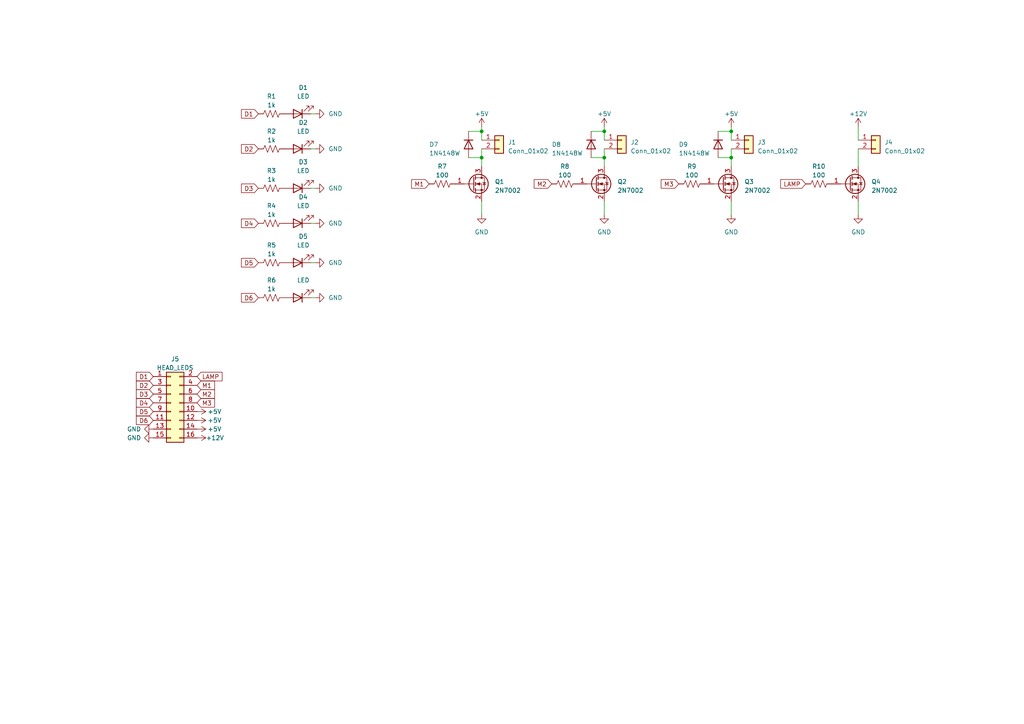
<source format=kicad_sch>
(kicad_sch (version 20230121) (generator eeschema)
  (paper "A4")
  (lib_symbols
    (symbol "4ms_Power:GND" (power) (pin_names (offset 0))
      (property "Value" "GND" (at 0 -3.81 0))
      (symbol "GND_0_1"
        (polyline (pts (xy 0 0) (xy 0 -1.27) (xy 1.27 -1.27) (xy 0 -2.54) (xy -1.27 -1.27) (xy 0 -1.27)))
      )
      (symbol "GND_1_1"
        (pin power_in line (at 0 0 270) (length 0) hide (name "GND") (number "1"))
      )
    )
    (symbol "Connector_Generic:Conn_01x02" (pin_names (offset 1.016) hide)
      (property "Reference" "J" (at 0 2.54 0))
      (property "Value" "Conn_01x02" (at 0 -5.08 0))
      (symbol "Conn_01x02_1_1"
        (rectangle (start -1.27 -2.413) (end 0 -2.667) (stroke (width 0.1524)))
        (rectangle (start -1.27 0.127) (end 0 -0.127) (stroke (width 0.1524)))
        (rectangle (start -1.27 1.27) (end 1.27 -3.81) (stroke (width 0.254)) (fill (type background)))
        (pin passive line (at -5.08 0 0) (length 3.81) (name "Pin_1") (number "1"))
        (pin passive line (at -5.08 -2.54 0) (length 3.81) (name "Pin_2") (number "2"))
      )
    )
    (symbol "Connector_Generic:Conn_02x08_Odd_Even" (pin_names (offset 1.016) hide)
      (property "Reference" "J" (at 1.27 10.16 0))
      (property "Value" "Conn_02x08_Odd_Even" (at 1.27 -12.7 0))
      (symbol "Conn_02x08_Odd_Even_1_1"
        (rectangle (start -1.27 -10.033) (end 0 -10.287) (stroke (width 0.1524)))
        (rectangle (start -1.27 -7.493) (end 0 -7.747) (stroke (width 0.1524)))
        (rectangle (start -1.27 -4.953) (end 0 -5.207) (stroke (width 0.1524)))
        (rectangle (start -1.27 -2.413) (end 0 -2.667) (stroke (width 0.1524)))
        (rectangle (start -1.27 0.127) (end 0 -0.127) (stroke (width 0.1524)))
        (rectangle (start -1.27 2.667) (end 0 2.413) (stroke (width 0.1524)))
        (rectangle (start -1.27 5.207) (end 0 4.953) (stroke (width 0.1524)))
        (rectangle (start -1.27 7.747) (end 0 7.493) (stroke (width 0.1524)))
        (rectangle (start -1.27 8.89) (end 3.81 -11.43) (stroke (width 0.254)) (fill (type background)))
        (rectangle (start 3.81 -10.033) (end 2.54 -10.287) (stroke (width 0.1524)))
        (rectangle (start 3.81 -7.493) (end 2.54 -7.747) (stroke (width 0.1524)))
        (rectangle (start 3.81 -4.953) (end 2.54 -5.207) (stroke (width 0.1524)))
        (rectangle (start 3.81 -2.413) (end 2.54 -2.667) (stroke (width 0.1524)))
        (rectangle (start 3.81 0.127) (end 2.54 -0.127) (stroke (width 0.1524)))
        (rectangle (start 3.81 2.667) (end 2.54 2.413) (stroke (width 0.1524)))
        (rectangle (start 3.81 5.207) (end 2.54 4.953) (stroke (width 0.1524)))
        (rectangle (start 3.81 7.747) (end 2.54 7.493) (stroke (width 0.1524)))
        (pin passive line (at -5.08 7.62 0) (length 3.81) (name "Pin_1") (number "1"))
        (pin passive line (at 7.62 -2.54 180) (length 3.81) (name "Pin_10") (number "10"))
        (pin passive line (at -5.08 -5.08 0) (length 3.81) (name "Pin_11") (number "11"))
        (pin passive line (at 7.62 -5.08 180) (length 3.81) (name "Pin_12") (number "12"))
        (pin passive line (at -5.08 -7.62 0) (length 3.81) (name "Pin_13") (number "13"))
        (pin passive line (at 7.62 -7.62 180) (length 3.81) (name "Pin_14") (number "14"))
        (pin passive line (at -5.08 -10.16 0) (length 3.81) (name "Pin_15") (number "15"))
        (pin passive line (at 7.62 -10.16 180) (length 3.81) (name "Pin_16") (number "16"))
        (pin passive line (at 7.62 7.62 180) (length 3.81) (name "Pin_2") (number "2"))
        (pin passive line (at -5.08 5.08 0) (length 3.81) (name "Pin_3") (number "3"))
        (pin passive line (at 7.62 5.08 180) (length 3.81) (name "Pin_4") (number "4"))
        (pin passive line (at -5.08 2.54 0) (length 3.81) (name "Pin_5") (number "5"))
        (pin passive line (at 7.62 2.54 180) (length 3.81) (name "Pin_6") (number "6"))
        (pin passive line (at -5.08 0 0) (length 3.81) (name "Pin_7") (number "7"))
        (pin passive line (at 7.62 0 180) (length 3.81) (name "Pin_8") (number "8"))
        (pin passive line (at -5.08 -2.54 0) (length 3.81) (name "Pin_9") (number "9"))
      )
    )
    (symbol "Device:LED" (pin_numbers hide) (pin_names (offset 1.016) hide)
      (property "Reference" "D" (at 0 2.54 0))
      (property "Value" "LED" (at 0 -2.54 0))
      (symbol "LED_0_1"
        (polyline (pts (xy -1.27 -1.27) (xy -1.27 1.27)) (stroke (width 0.254)))
        (polyline (pts (xy -1.27 0) (xy 1.27 0)))
        (polyline (pts (xy 1.27 -1.27) (xy 1.27 1.27) (xy -1.27 0) (xy 1.27 -1.27)) (stroke (width 0.254)))
        (polyline (pts (xy -3.048 -0.762) (xy -4.572 -2.286) (xy -3.81 -2.286) (xy -4.572 -2.286) (xy -4.572 -1.524)))
        (polyline (pts (xy -1.778 -0.762) (xy -3.302 -2.286) (xy -2.54 -2.286) (xy -3.302 -2.286) (xy -3.302 -1.524)))
      )
      (symbol "LED_1_1"
        (pin passive line (at -3.81 0 0) (length 2.54) (name "K") (number "1"))
        (pin passive line (at 3.81 0 180) (length 2.54) (name "A") (number "2"))
      )
    )
    (symbol "Device:R_US" (pin_numbers hide) (pin_names (offset 0))
      (property "Reference" "R" (at 2.54 0 90))
      (property "Value" "R_US" (at -2.54 0 90))
      (symbol "R_US_0_1"
        (polyline (pts (xy 0 -2.286) (xy 0 -2.54)))
        (polyline (pts (xy 0 2.286) (xy 0 2.54)))
        (polyline (pts (xy 0 -0.762) (xy 1.016 -1.143) (xy 0 -1.524) (xy -1.016 -1.905) (xy 0 -2.286)))
        (polyline (pts (xy 0 0.762) (xy 1.016 0.381) (xy 0 0) (xy -1.016 -0.381) (xy 0 -0.762)))
        (polyline (pts (xy 0 2.286) (xy 1.016 1.905) (xy 0 1.524) (xy -1.016 1.143) (xy 0 0.762)))
      )
      (symbol "R_US_1_1"
        (pin passive line (at 0 3.81 270) (length 1.27) (name "~") (number "1"))
        (pin passive line (at 0 -3.81 90) (length 1.27) (name "~") (number "2"))
      )
    )
    (symbol "Diode:1N4148W" (pin_numbers hide) (pin_names hide)
      (property "Reference" "D" (at 0 2.54 0))
      (property "Value" "1N4148W" (at 0 -2.54 0))
      (symbol "1N4148W_0_1"
        (polyline (pts (xy -1.27 1.27) (xy -1.27 -1.27)) (stroke (width 0.254)))
        (polyline (pts (xy 1.27 0) (xy -1.27 0)))
        (polyline (pts (xy 1.27 1.27) (xy 1.27 -1.27) (xy -1.27 0) (xy 1.27 1.27)) (stroke (width 0.254)))
      )
      (symbol "1N4148W_1_1"
        (pin passive line (at -3.81 0 0) (length 2.54) (name "K") (number "1"))
        (pin passive line (at 3.81 0 180) (length 2.54) (name "A") (number "2"))
      )
    )
    (symbol "Transistor_FET:2N7002" (pin_names hide)
      (property "Reference" "Q" (at 5.08 1.905 0))
      (property "Value" "2N7002" (at 5.08 0 0))
      (symbol "2N7002_0_1"
        (polyline (pts (xy 0.254 0) (xy -2.54 0)))
        (polyline (pts (xy 0.254 1.905) (xy 0.254 -1.905)) (stroke (width 0.254)))
        (polyline (pts (xy 0.762 -1.27) (xy 0.762 -2.286)) (stroke (width 0.254)))
        (polyline (pts (xy 0.762 0.508) (xy 0.762 -0.508)) (stroke (width 0.254)))
        (polyline (pts (xy 0.762 2.286) (xy 0.762 1.27)) (stroke (width 0.254)))
        (polyline (pts (xy 2.54 2.54) (xy 2.54 1.778)))
        (polyline (pts (xy 2.54 -2.54) (xy 2.54 0) (xy 0.762 0)))
        (polyline (pts (xy 0.762 -1.778) (xy 3.302 -1.778) (xy 3.302 1.778) (xy 0.762 1.778)))
        (polyline (pts (xy 1.016 0) (xy 2.032 0.381) (xy 2.032 -0.381) (xy 1.016 0)) (fill (type outline)))
        (polyline (pts (xy 2.794 0.508) (xy 2.921 0.381) (xy 3.683 0.381) (xy 3.81 0.254)))
        (polyline (pts (xy 3.302 0.381) (xy 2.921 -0.254) (xy 3.683 -0.254) (xy 3.302 0.381)))
        (circle (center 1.651 0) (radius 2.794) (stroke (width 0.254)))
        (circle (center 2.54 -1.778) (radius 0.254) (fill (type outline)))
        (circle (center 2.54 1.778) (radius 0.254) (fill (type outline)))
      )
      (symbol "2N7002_1_1"
        (pin input line (at -5.08 0 0) (length 2.54) (name "G") (number "1"))
        (pin passive line (at 2.54 -5.08 90) (length 2.54) (name "S") (number "2"))
        (pin passive line (at 2.54 5.08 270) (length 2.54) (name "D") (number "3"))
      )
    )
    (symbol "power:+12V" (power) (pin_names (offset 0))
      (property "Value" "+12V" (at 0 3.556 0))
      (symbol "+12V_0_1"
        (polyline (pts (xy -0.762 1.27) (xy 0 2.54)))
        (polyline (pts (xy 0 0) (xy 0 2.54)))
        (polyline (pts (xy 0 2.54) (xy 0.762 1.27)))
      )
      (symbol "+12V_1_1"
        (pin power_in line (at 0 0 90) (length 0) hide (name "+12V") (number "1"))
      )
    )
    (symbol "power:+5V" (power) (pin_names (offset 0))
      (property "Value" "+5V" (at 0 3.556 0))
      (symbol "+5V_0_1"
        (polyline (pts (xy -0.762 1.27) (xy 0 2.54)))
        (polyline (pts (xy 0 0) (xy 0 2.54)))
        (polyline (pts (xy 0 2.54) (xy 0.762 1.27)))
      )
      (symbol "+5V_1_1"
        (pin power_in line (at 0 0 90) (length 0) hide (name "+5V") (number "1"))
      )
    )
    (symbol "power:GND" (power) (pin_names (offset 0))
      (property "Value" "GND" (at 0 -3.81 0))
      (symbol "GND_0_1"
        (polyline (pts (xy 0 0) (xy 0 -1.27) (xy 1.27 -1.27) (xy 0 -2.54) (xy -1.27 -1.27) (xy 0 -1.27)))
      )
      (symbol "GND_1_1"
        (pin power_in line (at 0 0 270) (length 0) hide (name "GND") (number "1"))
      )
    )
  )
  (junction (at 139.7 45.72))
  (junction (at 175.26 38.1))
  (junction (at 175.26 45.72))
  (junction (at 139.7 38.1))
  (junction (at 212.09 38.1))
  (junction (at 212.09 45.72))
  (wire (pts (xy 175.26 40.64) (xy 175.26 38.1)))
  (wire (pts (xy 248.92 58.42) (xy 248.92 62.23)))
  (wire (pts (xy 175.26 38.1) (xy 171.45 38.1)))
  (wire (pts (xy 139.7 38.1) (xy 135.89 38.1)))
  (wire (pts (xy 91.44 64.77) (xy 90.17 64.77)))
  (wire (pts (xy 212.09 43.18) (xy 212.09 45.72)))
  (wire (pts (xy 212.09 40.64) (xy 212.09 38.1)))
  (wire (pts (xy 175.26 45.72) (xy 175.26 48.26)))
  (wire (pts (xy 212.09 45.72) (xy 212.09 48.26)))
  (wire (pts (xy 248.92 36.83) (xy 248.92 40.64)))
  (wire (pts (xy 139.7 58.42) (xy 139.7 62.23)))
  (wire (pts (xy 212.09 45.72) (xy 208.28 45.72)))
  (wire (pts (xy 175.26 58.42) (xy 175.26 62.23)))
  (wire (pts (xy 175.26 36.83) (xy 175.26 38.1)))
  (wire (pts (xy 175.26 43.18) (xy 175.26 45.72)))
  (wire (pts (xy 91.44 33.02) (xy 90.17 33.02)))
  (wire (pts (xy 139.7 43.18) (xy 139.7 45.72)))
  (wire (pts (xy 139.7 36.83) (xy 139.7 38.1)))
  (wire (pts (xy 139.7 40.64) (xy 139.7 38.1)))
  (wire (pts (xy 91.44 76.2) (xy 90.17 76.2)))
  (wire (pts (xy 248.92 43.18) (xy 248.92 48.26)))
  (wire (pts (xy 91.44 54.61) (xy 90.17 54.61)))
  (wire (pts (xy 212.09 58.42) (xy 212.09 62.23)))
  (wire (pts (xy 175.26 45.72) (xy 171.45 45.72)))
  (wire (pts (xy 139.7 45.72) (xy 135.89 45.72)))
  (wire (pts (xy 139.7 45.72) (xy 139.7 48.26)))
  (wire (pts (xy 212.09 38.1) (xy 208.28 38.1)))
  (wire (pts (xy 91.44 86.36) (xy 90.17 86.36)))
  (wire (pts (xy 91.44 43.18) (xy 90.17 43.18)))
  (wire (pts (xy 212.09 36.83) (xy 212.09 38.1)))
  (global_label "D3" (shape input) (at 44.45 114.3 180) (property "Intersheetrefs" "${INTERSHEET_REFS}" (effects hide)))
  (global_label "D3" (shape input) (at 74.93 54.61 180) (property "Intersheetrefs" "${INTERSHEET_REFS}" (effects hide)))
  (global_label "M3" (shape input) (at 196.85 53.34 180) (property "Intersheetrefs" "${INTERSHEET_REFS}" (effects hide)))
  (global_label "LAMP" (shape input) (at 57.15 109.22 0) (property "Intersheetrefs" "${INTERSHEET_REFS}" (effects hide)))
  (global_label "D4" (shape input) (at 44.45 116.84 180) (property "Intersheetrefs" "${INTERSHEET_REFS}" (effects hide)))
  (global_label "D2" (shape input) (at 74.93 43.18 180) (property "Intersheetrefs" "${INTERSHEET_REFS}" (effects hide)))
  (global_label "D5" (shape input) (at 44.45 119.38 180) (property "Intersheetrefs" "${INTERSHEET_REFS}" (effects hide)))
  (global_label "D1" (shape input) (at 74.93 33.02 180) (property "Intersheetrefs" "${INTERSHEET_REFS}" (effects hide)))
  (global_label "D5" (shape input) (at 74.93 76.2 180) (property "Intersheetrefs" "${INTERSHEET_REFS}" (effects hide)))
  (global_label "M1" (shape input) (at 124.46 53.34 180) (property "Intersheetrefs" "${INTERSHEET_REFS}" (effects hide)))
  (global_label "D6" (shape input) (at 44.45 121.92 180) (property "Intersheetrefs" "${INTERSHEET_REFS}" (effects hide)))
  (global_label "D6" (shape input) (at 74.93 86.36 180) (property "Intersheetrefs" "${INTERSHEET_REFS}" (effects hide)))
  (global_label "M2" (shape input) (at 57.15 114.3 0) (property "Intersheetrefs" "${INTERSHEET_REFS}" (effects hide)))
  (global_label "M2" (shape input) (at 160.02 53.34 180) (property "Intersheetrefs" "${INTERSHEET_REFS}" (effects hide)))
  (global_label "D2" (shape input) (at 44.45 111.76 180) (property "Intersheetrefs" "${INTERSHEET_REFS}" (effects hide)))
  (global_label "D4" (shape input) (at 74.93 64.77 180) (property "Intersheetrefs" "${INTERSHEET_REFS}" (effects hide)))
  (global_label "M3" (shape input) (at 57.15 116.84 0) (property "Intersheetrefs" "${INTERSHEET_REFS}" (effects hide)))
  (global_label "LAMP" (shape input) (at 233.68 53.34 180) (property "Intersheetrefs" "${INTERSHEET_REFS}" (effects hide)))
  (global_label "M1" (shape input) (at 57.15 111.76 0) (property "Intersheetrefs" "${INTERSHEET_REFS}" (effects hide)))
  (global_label "D1" (shape input) (at 44.45 109.22 180) (property "Intersheetrefs" "${INTERSHEET_REFS}" (effects hide)))
  (symbol (lib_id "power:+12V") (at 57.15 127 270) (unit 1)
    (property "Reference" "#PWR020" (effects hide))
    (property "Value" "+12V" (at 59.69 127 90) (effects (justify left)))
  )
  (symbol (lib_id "Device:R_US") (at 78.74 86.36 90) (unit 1)
    (property "Reference" "R6" (at 78.74 81.28 90))
    (property "Value" "1k" (at 78.74 83.82 90))
    (property "Footprint" "Resistor_SMD:R_0603_1608Metric" (effects hide))
  )
  (symbol (lib_id "power:+5V") (at 57.15 124.46 270) (unit 1)
    (property "Reference" "#PWR019" (effects hide))
    (property "Value" "+5V" (at 62.23 124.46 90))
  )
  (symbol (lib_id "Device:LED") (at 86.36 54.61 180) (unit 1)
    (property "Reference" "D3" (at 87.9475 46.99 0))
    (property "Value" "LED" (at 87.9475 49.53 0))
    (property "Footprint" "LED_THT:LED_D5.0mm_Clear" (effects hide))
  )
  (symbol (lib_id "Transistor_FET:2N7002") (at 246.38 53.34 0) (unit 1)
    (property "Reference" "Q4" (at 252.73 52.705 0) (effects (justify left)))
    (property "Value" "2N7002" (at 252.73 55.245 0) (effects (justify left)))
    (property "Footprint" "Package_TO_SOT_SMD:SOT-23" (effects hide))
    (property "Datasheet" "https://www.onsemi.com/pub/Collateral/NDS7002A-D.PDF" (effects hide))
  )
  (symbol (lib_id "power:+12V") (at 248.92 36.83 0) (unit 1)
    (property "Reference" "#PWR014" (effects hide))
    (property "Value" "+12V" (at 248.92 33.02 0))
  )
  (symbol (lib_id "Device:R_US") (at 200.66 53.34 90) (unit 1)
    (property "Reference" "R9" (at 200.66 48.26 90))
    (property "Value" "100" (at 200.66 50.8 90))
    (property "Footprint" "Resistor_SMD:R_0603_1608Metric" (effects hide))
  )
  (symbol (lib_id "power:+5V") (at 139.7 36.83 0) (unit 1)
    (property "Reference" "#PWR01" (effects hide))
    (property "Value" "+5V" (at 139.7 33.02 0))
  )
  (symbol (lib_id "Device:LED") (at 86.36 64.77 180) (unit 1)
    (property "Reference" "D4" (at 87.9475 57.15 0))
    (property "Value" "LED" (at 87.9475 59.69 0))
    (property "Footprint" "LED_THT:LED_D5.0mm_Clear" (effects hide))
  )
  (symbol (lib_id "Device:R_US") (at 78.74 76.2 90) (unit 1)
    (property "Reference" "R5" (at 78.74 71.12 90))
    (property "Value" "1k" (at 78.74 73.66 90))
    (property "Footprint" "Resistor_SMD:R_0603_1608Metric" (effects hide))
  )
  (symbol (lib_id "power:GND") (at 248.92 62.23 0) (unit 1)
    (property "Reference" "#PWR018" (effects hide))
    (property "Value" "GND" (at 248.92 67.31 0))
  )
  (symbol (lib_id "power:GND") (at 139.7 62.23 0) (unit 1)
    (property "Reference" "#PWR03" (effects hide))
    (property "Value" "GND" (at 139.7 67.31 0))
  )
  (symbol (lib_id "Device:R_US") (at 78.74 64.77 90) (unit 1)
    (property "Reference" "R4" (at 78.74 59.69 90))
    (property "Value" "1k" (at 78.74 62.23 90))
    (property "Footprint" "Resistor_SMD:R_0603_1608Metric" (effects hide))
  )
  (symbol (lib_id "Connector_Generic:Conn_01x02") (at 217.17 40.64 0) (unit 1)
    (property "Reference" "J3" (at 219.71 41.275 0) (effects (justify left)))
    (property "Value" "Conn_01x02" (at 219.71 43.815 0) (effects (justify left)))
    (property "Footprint" "Connector_JST:JST_XH_B2B-XH-A_1x02_P2.50mm_Vertical" (effects hide))
  )
  (symbol (lib_id "Device:R_US") (at 237.49 53.34 90) (unit 1)
    (property "Reference" "R10" (at 237.49 48.26 90))
    (property "Value" "100" (at 237.49 50.8 90))
    (property "Footprint" "Resistor_SMD:R_0603_1608Metric" (effects hide))
  )
  (symbol (lib_id "4ms_Power:GND") (at 91.44 76.2 90) (unit 1)
    (property "Reference" "#PWR015" (effects hide))
    (property "Value" "GND" (at 95.25 76.1999 90) (effects (justify right)))
  )
  (symbol (lib_id "Connector_Generic:Conn_01x02") (at 180.34 40.64 0) (unit 1)
    (property "Reference" "J2" (at 182.88 41.275 0) (effects (justify left)))
    (property "Value" "Conn_01x02" (at 182.88 43.815 0) (effects (justify left)))
    (property "Footprint" "Connector_JST:JST_XH_B2B-XH-A_1x02_P2.50mm_Vertical" (effects hide))
  )
  (symbol (lib_id "power:+5V") (at 57.15 119.38 270) (unit 1)
    (property "Reference" "#PWR010" (effects hide))
    (property "Value" "+5V" (at 62.23 119.38 90))
  )
  (symbol (lib_id "4ms_Power:GND") (at 44.45 124.46 270) (unit 1)
    (property "Reference" "#PWR02" (effects hide))
    (property "Value" "GND" (at 36.83 124.46 90) (effects (justify left)))
  )
  (symbol (lib_id "Diode:1N4148W") (at 208.28 41.91 270) (unit 1)
    (property "Reference" "D9" (at 196.85 41.91 90) (effects (justify left)))
    (property "Value" "1N4148W" (at 196.85 44.45 90) (effects (justify left)))
    (property "Footprint" "Diode_SMD:D_SOD-123" (effects hide))
    (property "Datasheet" "https://www.vishay.com/docs/85748/1n4148w.pdf" (effects hide))
    (property "Sim.Device" "D" (effects hide))
    (property "Sim.Pins" "1=K 2=A" (effects hide))
  )
  (symbol (lib_id "Device:LED") (at 86.36 43.18 180) (unit 1)
    (property "Reference" "D2" (at 87.9475 35.56 0))
    (property "Value" "LED" (at 87.9475 38.1 0))
    (property "Footprint" "LED_THT:LED_D5.0mm_Clear" (effects hide))
  )
  (symbol (lib_id "4ms_Power:GND") (at 91.44 54.61 90) (unit 1)
    (property "Reference" "#PWR012" (effects hide))
    (property "Value" "GND" (at 95.25 54.6099 90) (effects (justify right)))
  )
  (symbol (lib_id "Device:R_US") (at 78.74 43.18 90) (unit 1)
    (property "Reference" "R2" (at 78.74 38.1 90))
    (property "Value" "1k" (at 78.74 40.64 90))
    (property "Footprint" "Resistor_SMD:R_0603_1608Metric" (effects hide))
  )
  (symbol (lib_id "Device:R_US") (at 78.74 54.61 90) (unit 1)
    (property "Reference" "R3" (at 78.74 49.53 90))
    (property "Value" "1k" (at 78.74 52.07 90))
    (property "Footprint" "Resistor_SMD:R_0603_1608Metric" (effects hide))
  )
  (symbol (lib_id "power:GND") (at 212.09 62.23 0) (unit 1)
    (property "Reference" "#PWR011" (effects hide))
    (property "Value" "GND" (at 212.09 67.31 0))
  )
  (symbol (lib_id "power:+5V") (at 212.09 36.83 0) (unit 1)
    (property "Reference" "#PWR09" (effects hide))
    (property "Value" "+5V" (at 212.09 33.02 0))
  )
  (symbol (lib_id "Connector_Generic:Conn_01x02") (at 254 40.64 0) (unit 1)
    (property "Reference" "J4" (at 256.54 41.275 0) (effects (justify left)))
    (property "Value" "Conn_01x02" (at 256.54 43.815 0) (effects (justify left)))
    (property "Footprint" "Connector_JST:JST_XH_B2B-XH-A_1x02_P2.50mm_Vertical" (effects hide))
  )
  (symbol (lib_id "Device:LED") (at 86.36 33.02 180) (unit 1)
    (property "Reference" "D1" (at 87.9475 25.4 0))
    (property "Value" "LED" (at 87.9475 27.94 0))
    (property "Footprint" "LED_THT:LED_D5.0mm_Clear" (effects hide))
  )
  (symbol (lib_id "Device:R_US") (at 163.83 53.34 90) (unit 1)
    (property "Reference" "R8" (at 163.83 48.26 90))
    (property "Value" "100" (at 163.83 50.8 90))
    (property "Footprint" "Resistor_SMD:R_0603_1608Metric" (effects hide))
  )
  (symbol (lib_id "Transistor_FET:2N7002") (at 209.55 53.34 0) (unit 1)
    (property "Reference" "Q3" (at 215.9 52.705 0) (effects (justify left)))
    (property "Value" "2N7002" (at 215.9 55.245 0) (effects (justify left)))
    (property "Footprint" "Package_TO_SOT_SMD:SOT-23" (effects hide))
    (property "Datasheet" "https://www.onsemi.com/pub/Collateral/NDS7002A-D.PDF" (effects hide))
  )
  (symbol (lib_id "Device:LED") (at 86.36 76.2 180) (unit 1)
    (property "Reference" "D5" (at 87.9475 68.58 0))
    (property "Value" "LED" (at 87.9475 71.12 0))
    (property "Footprint" "LED_THT:LED_D5.0mm_Clear" (effects hide))
  )
  (symbol (lib_id "Connector_Generic:Conn_01x02") (at 144.78 40.64 0) (unit 1)
    (property "Reference" "J1" (at 147.32 41.275 0) (effects (justify left)))
    (property "Value" "Conn_01x02" (at 147.32 43.815 0) (effects (justify left)))
    (property "Footprint" "Connector_JST:JST_XH_B2B-XH-A_1x02_P2.50mm_Vertical" (effects hide))
  )
  (symbol (lib_id "4ms_Power:GND") (at 91.44 43.18 90) (unit 1)
    (property "Reference" "#PWR08" (effects hide))
    (property "Value" "GND" (at 95.25 43.1799 90) (effects (justify right)))
  )
  (symbol (lib_id "4ms_Power:GND") (at 91.44 86.36 90) (unit 1)
    (property "Reference" "#PWR016" (effects hide))
    (property "Value" "GND" (at 95.25 86.3599 90) (effects (justify right)))
  )
  (symbol (lib_id "Device:R_US") (at 128.27 53.34 90) (unit 1)
    (property "Reference" "R7" (at 128.27 48.26 90))
    (property "Value" "100" (at 128.27 50.8 90))
    (property "Footprint" "Resistor_SMD:R_0603_1608Metric" (effects hide))
  )
  (symbol (lib_id "4ms_Power:GND") (at 91.44 64.77 90) (unit 1)
    (property "Reference" "#PWR013" (effects hide))
    (property "Value" "GND" (at 95.25 64.7699 90) (effects (justify right)))
  )
  (symbol (lib_id "4ms_Power:GND") (at 91.44 33.02 90) (unit 1)
    (property "Reference" "#PWR05" (effects hide))
    (property "Value" "GND" (at 95.25 33.0199 90) (effects (justify right)))
  )
  (symbol (lib_id "Transistor_FET:2N7002") (at 137.16 53.34 0) (unit 1)
    (property "Reference" "Q1" (at 143.51 52.705 0) (effects (justify left)))
    (property "Value" "2N7002" (at 143.51 55.245 0) (effects (justify left)))
    (property "Footprint" "Package_TO_SOT_SMD:SOT-23" (effects hide))
    (property "Datasheet" "https://www.onsemi.com/pub/Collateral/NDS7002A-D.PDF" (effects hide))
  )
  (symbol (lib_id "Diode:1N4148W") (at 135.89 41.91 270) (unit 1)
    (property "Reference" "D7" (at 124.46 41.91 90) (effects (justify left)))
    (property "Value" "1N4148W" (at 124.46 44.45 90) (effects (justify left)))
    (property "Footprint" "Diode_SMD:D_SOD-123" (effects hide))
    (property "Datasheet" "https://www.vishay.com/docs/85748/1n4148w.pdf" (effects hide))
    (property "Sim.Device" "D" (effects hide))
    (property "Sim.Pins" "1=K 2=A" (effects hide))
  )
  (symbol (lib_id "power:GND") (at 175.26 62.23 0) (unit 1)
    (property "Reference" "#PWR07" (effects hide))
    (property "Value" "GND" (at 175.26 67.31 0))
  )
  (symbol (lib_id "Connector_Generic:Conn_02x08_Odd_Even") (at 49.53 116.84 0) (unit 1)
    (property "Reference" "J5" (at 50.8 104.14 0))
    (property "Value" "HEAD_LEDS" (at 50.8 106.68 0))
    (property "Footprint" "Connector_IDC:IDC-Header_2x08_P2.54mm_Vertical" (effects hide))
  )
  (symbol (lib_id "Diode:1N4148W") (at 171.45 41.91 270) (unit 1)
    (property "Reference" "D8" (at 160.02 41.91 90) (effects (justify left)))
    (property "Value" "1N4148W" (at 160.02 44.45 90) (effects (justify left)))
    (property "Footprint" "Diode_SMD:D_SOD-123" (effects hide))
    (property "Datasheet" "https://www.vishay.com/docs/85748/1n4148w.pdf" (effects hide))
    (property "Sim.Device" "D" (effects hide))
    (property "Sim.Pins" "1=K 2=A" (effects hide))
  )
  (symbol (lib_id "4ms_Power:GND") (at 44.45 127 270) (unit 1)
    (property "Reference" "#PWR06" (effects hide))
    (property "Value" "GND" (at 36.83 127 90) (effects (justify left)))
  )
  (symbol (lib_id "power:+5V") (at 57.15 121.92 270) (unit 1)
    (property "Reference" "#PWR017" (effects hide))
    (property "Value" "+5V" (at 62.23 121.92 90))
  )
  (symbol (lib_id "Transistor_FET:2N7002") (at 172.72 53.34 0) (unit 1)
    (property "Reference" "Q2" (at 179.07 52.705 0) (effects (justify left)))
    (property "Value" "2N7002" (at 179.07 55.245 0) (effects (justify left)))
    (property "Footprint" "Package_TO_SOT_SMD:SOT-23" (effects hide))
    (property "Datasheet" "https://www.onsemi.com/pub/Collateral/NDS7002A-D.PDF" (effects hide))
  )
  (symbol (lib_id "Device:R_US") (at 78.74 33.02 90) (unit 1)
    (property "Reference" "R1" (at 78.74 27.94 90))
    (property "Value" "1k" (at 78.74 30.48 90))
    (property "Footprint" "Resistor_SMD:R_0603_1608Metric" (effects hide))
  )
  (symbol (lib_id "power:+5V") (at 175.26 36.83 0) (unit 1)
    (property "Reference" "#PWR04" (effects hide))
    (property "Value" "+5V" (at 175.26 33.02 0))
  )
  (symbol (lib_id "Device:LED") (at 86.36 86.36 180) (unit 1)
    (property "Reference" "D6" (effects hide))
    (property "Value" "LED" (at 87.9475 81.28 0))
    (property "Footprint" "LED_THT:LED_D5.0mm_Clear" (effects hide))
  )
)
</source>
